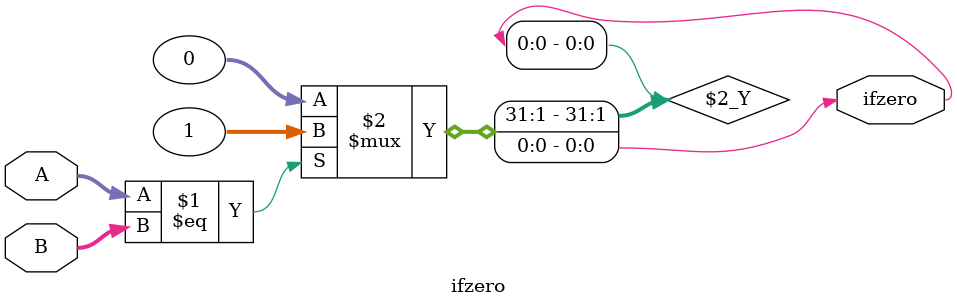
<source format=v>
`timescale 1ns / 1ps
module ifzero(
	 input [31:0] A,
    input [31:0] B,
    output ifzero
    );
	 assign ifzero=(A==B)?1:0;
endmodule

</source>
